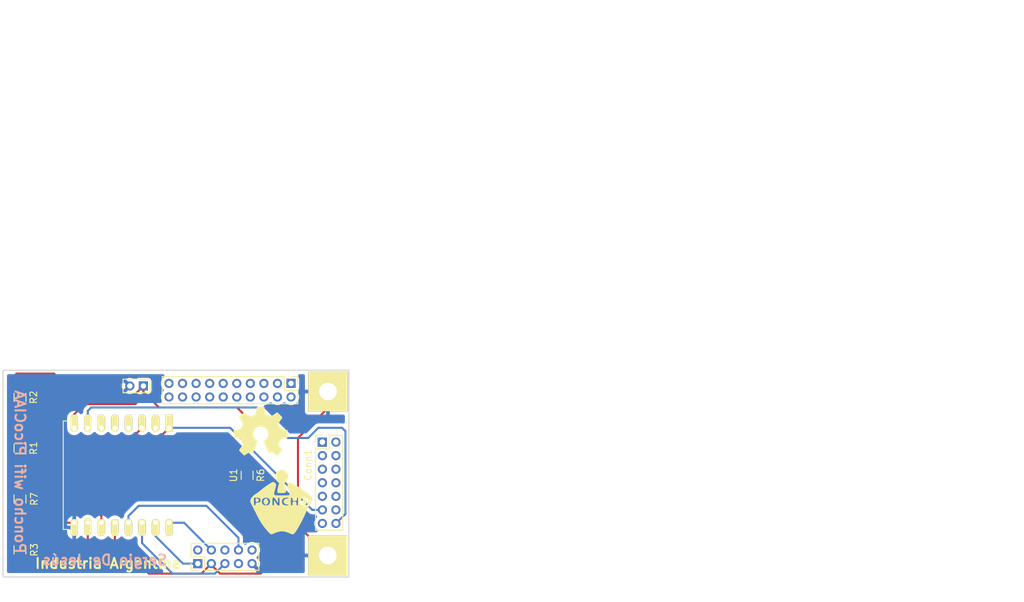
<source format=kicad_pcb>
(kicad_pcb (version 4) (host pcbnew 4.0.5+dfsg1-4~bpo8+1)

  (general
    (links 24)
    (no_connects 0)
    (area 119.424999 83.924999 170.575001 114.575001)
    (thickness 1.6)
    (drawings 18)
    (tracks 82)
    (zones 0)
    (modules 14)
    (nets 34)
  )

  (page A4)
  (title_block
    (title "Poncho Wifi PICO-CIAA")
    (date 2016-12-19)
    (rev 1.0)
    (company FIUBA)
    (comment 1 "Revisor: Sebastián López")
    (comment 2 "Diseñado por: Sergio De Jesús")
    (comment 3 "Licencias en LICENCIA_Y_COLABORADORES/LICENSE")
  )

  (layers
    (0 F.Cu signal)
    (31 B.Cu signal)
    (32 B.Adhes user)
    (33 F.Adhes user)
    (34 B.Paste user)
    (35 F.Paste user)
    (36 B.SilkS user)
    (37 F.SilkS user)
    (38 B.Mask user)
    (39 F.Mask user)
    (40 Dwgs.User user)
    (41 Cmts.User user)
    (42 Eco1.User user)
    (43 Eco2.User user)
    (44 Edge.Cuts user)
    (45 Margin user)
    (46 B.CrtYd user)
    (47 F.CrtYd user)
    (48 B.Fab user)
    (49 F.Fab user)
  )

  (setup
    (last_trace_width 0.3)
    (trace_clearance 0.3)
    (zone_clearance 0.508)
    (zone_45_only no)
    (trace_min 0.3)
    (segment_width 0.2)
    (edge_width 0.15)
    (via_size 1.27)
    (via_drill 0.7)
    (via_min_size 1.27)
    (via_min_drill 0.7)
    (uvia_size 0.3)
    (uvia_drill 0.1)
    (uvias_allowed no)
    (uvia_min_size 0.2)
    (uvia_min_drill 0.1)
    (pcb_text_width 0.3)
    (pcb_text_size 1.5 1.5)
    (mod_edge_width 0.15)
    (mod_text_size 1 1)
    (mod_text_width 0.15)
    (pad_size 1.524 1.524)
    (pad_drill 0.762)
    (pad_to_mask_clearance 0.2)
    (aux_axis_origin 0 0)
    (visible_elements 7FFFFFFF)
    (pcbplotparams
      (layerselection 0x00030_80000001)
      (usegerberextensions false)
      (excludeedgelayer true)
      (linewidth 0.100000)
      (plotframeref false)
      (viasonmask false)
      (mode 1)
      (useauxorigin false)
      (hpglpennumber 1)
      (hpglpenspeed 20)
      (hpglpendiameter 15)
      (hpglpenoverlay 2)
      (psnegative false)
      (psa4output false)
      (plotreference true)
      (plotvalue true)
      (plotinvisibletext false)
      (padsonsilk false)
      (subtractmaskfromsilk false)
      (outputformat 1)
      (mirror false)
      (drillshape 1)
      (scaleselection 1)
      (outputdirectory ""))
  )

  (net 0 "")
  (net 1 "Net-(Conn1-Pad2)")
  (net 2 "Net-(Conn1-Pad1)")
  (net 3 "Net-(Conn1-Pad3)")
  (net 4 "Net-(Conn1-Pad4)")
  (net 5 "Net-(Conn1-Pad5)")
  (net 6 "Net-(Conn1-Pad6)")
  (net 7 "Net-(Conn1-Pad7)")
  (net 8 "Net-(Conn1-Pad8)")
  (net 9 "Net-(Conn1-Pad9)")
  (net 10 "Net-(Conn1-Pad10)")
  (net 11 "Net-(Conn1-Pad11)")
  (net 12 "Net-(Conn1-Pad12)")
  (net 13 "Net-(Conn1-Pad13)")
  (net 14 "Net-(Conn1-Pad14)")
  (net 15 GND)
  (net 16 "Net-(Conn1-Pad17)")
  (net 17 "Net-(Conn1-Pad18)")
  (net 18 "Net-(Conn1-Pad20)")
  (net 19 "Net-(Conn1-Pad37)")
  (net 20 "Net-(Conn1-Pad38)")
  (net 21 "Net-(Conn1-Pad39)")
  (net 22 "Net-(Conn1-Pad40)")
  (net 23 "Net-(Conn1-Pad41)")
  (net 24 "Net-(Conn1-Pad43)")
  (net 25 "Net-(Conn1-Pad44)")
  (net 26 "Net-(R2-Pad1)")
  (net 27 "Net-(R3-Pad2)")
  (net 28 "Net-(R7-Pad2)")
  (net 29 "Net-(U1-Pad2)")
  (net 30 "Net-(U1-Pad4)")
  (net 31 "Net-(U1-Pad5)")
  (net 32 "Net-(U1-Pad6)")
  (net 33 +3V3)

  (net_class Default "This is the default net class."
    (clearance 0.3)
    (trace_width 0.3)
    (via_dia 1.27)
    (via_drill 0.7)
    (uvia_dia 0.3)
    (uvia_drill 0.1)
    (add_net +3V3)
    (add_net GND)
    (add_net "Net-(Conn1-Pad1)")
    (add_net "Net-(Conn1-Pad10)")
    (add_net "Net-(Conn1-Pad11)")
    (add_net "Net-(Conn1-Pad12)")
    (add_net "Net-(Conn1-Pad13)")
    (add_net "Net-(Conn1-Pad14)")
    (add_net "Net-(Conn1-Pad17)")
    (add_net "Net-(Conn1-Pad18)")
    (add_net "Net-(Conn1-Pad2)")
    (add_net "Net-(Conn1-Pad20)")
    (add_net "Net-(Conn1-Pad3)")
    (add_net "Net-(Conn1-Pad37)")
    (add_net "Net-(Conn1-Pad38)")
    (add_net "Net-(Conn1-Pad39)")
    (add_net "Net-(Conn1-Pad4)")
    (add_net "Net-(Conn1-Pad40)")
    (add_net "Net-(Conn1-Pad41)")
    (add_net "Net-(Conn1-Pad43)")
    (add_net "Net-(Conn1-Pad44)")
    (add_net "Net-(Conn1-Pad5)")
    (add_net "Net-(Conn1-Pad6)")
    (add_net "Net-(Conn1-Pad7)")
    (add_net "Net-(Conn1-Pad8)")
    (add_net "Net-(Conn1-Pad9)")
    (add_net "Net-(R2-Pad1)")
    (add_net "Net-(R3-Pad2)")
    (add_net "Net-(R7-Pad2)")
    (add_net "Net-(U1-Pad2)")
    (add_net "Net-(U1-Pad4)")
    (add_net "Net-(U1-Pad5)")
    (add_net "Net-(U1-Pad6)")
  )

  (module ESP-12E (layer F.Cu) (tedit 585AF5A3) (tstamp 584DF89A)
    (at 144 92.5 270)
    (descr "Module, ESP-8266, ESP-12, 16 pad, SMD")
    (tags "Module ESP-8266 ESP8266")
    (path /58263FA5)
    (fp_text reference U1 (at 7 -9.5 270) (layer F.SilkS)
      (effects (font (size 1 1) (thickness 0.15)))
    )
    (fp_text value ESP-12E (at 8 1 270) (layer F.Fab)
      (effects (font (size 1 1) (thickness 0.15)))
    )
    (fp_line (start -2.25 -0.5) (end -2.25 -8.75) (layer F.CrtYd) (width 0.05))
    (fp_line (start -2.25 -8.75) (end 15.25 -8.75) (layer F.CrtYd) (width 0.05))
    (fp_line (start 15.25 -8.75) (end 16.25 -8.75) (layer F.CrtYd) (width 0.05))
    (fp_line (start 16.25 -8.75) (end 16.25 16) (layer F.CrtYd) (width 0.05))
    (fp_line (start 16.25 16) (end -2.25 16) (layer F.CrtYd) (width 0.05))
    (fp_line (start -2.25 16) (end -2.25 -0.5) (layer F.CrtYd) (width 0.05))
    (fp_line (start -1.016 -8.382) (end 14.986 -8.382) (layer F.CrtYd) (width 0.1524))
    (fp_line (start 14.986 -8.382) (end 14.986 -0.889) (layer F.CrtYd) (width 0.1524))
    (fp_line (start -1.016 -8.382) (end -1.016 -1.016) (layer F.CrtYd) (width 0.1524))
    (fp_line (start -1.016 14.859) (end -1.016 15.621) (layer F.SilkS) (width 0.1524))
    (fp_line (start -1.016 15.621) (end 14.986 15.621) (layer F.SilkS) (width 0.1524))
    (fp_line (start 14.986 15.621) (end 14.986 14.859) (layer F.SilkS) (width 0.1524))
    (fp_line (start 14.992 -8.4) (end -1.008 -2.6) (layer F.CrtYd) (width 0.1524))
    (fp_line (start -1.008 -8.4) (end 14.992 -2.6) (layer F.CrtYd) (width 0.1524))
    (fp_text user "No Copper" (at 6.892 -5.4 270) (layer F.CrtYd)
      (effects (font (size 1 1) (thickness 0.15)))
    )
    (fp_line (start -1.008 -2.6) (end 14.992 -2.6) (layer F.CrtYd) (width 0.1524))
    (fp_line (start 15 -8.4) (end 15 15.6) (layer F.Fab) (width 0.05))
    (fp_line (start 14.992 15.6) (end -1.008 15.6) (layer F.Fab) (width 0.05))
    (fp_line (start -1.008 15.6) (end -1.008 -8.4) (layer F.Fab) (width 0.05))
    (fp_line (start -1.008 -8.4) (end 14.992 -8.4) (layer F.Fab) (width 0.05))
    (pad 1 thru_hole rect (at 0 0 270) (size 2.5 1.1) (drill 0.65 (offset -0.7 0)) (layers *.Cu *.Mask F.SilkS)
      (net 11 "Net-(Conn1-Pad11)"))
    (pad 2 thru_hole oval (at 0 2 270) (size 2.5 1.1) (drill 0.65 (offset -0.7 0)) (layers *.Cu *.Mask F.SilkS)
      (net 29 "Net-(U1-Pad2)"))
    (pad 3 thru_hole oval (at 0 4 270) (size 2.5 1.1) (drill 0.65 (offset -0.7 0)) (layers *.Cu *.Mask F.SilkS)
      (net 26 "Net-(R2-Pad1)"))
    (pad 4 thru_hole oval (at 0 6 270) (size 2.5 1.1) (drill 0.65 (offset -0.7 0)) (layers *.Cu *.Mask F.SilkS)
      (net 30 "Net-(U1-Pad4)"))
    (pad 5 thru_hole oval (at 0 8 270) (size 2.5 1.1) (drill 0.65 (offset -0.7 0)) (layers *.Cu *.Mask F.SilkS)
      (net 31 "Net-(U1-Pad5)"))
    (pad 6 thru_hole oval (at 0 10 270) (size 2.5 1.1) (drill 0.65 (offset -0.7 0)) (layers *.Cu *.Mask F.SilkS)
      (net 32 "Net-(U1-Pad6)"))
    (pad 7 thru_hole oval (at 0 12 270) (size 2.5 1.1) (drill 0.65 (offset -0.7 0)) (layers *.Cu *.Mask F.SilkS)
      (net 14 "Net-(Conn1-Pad14)"))
    (pad 8 thru_hole oval (at 0 14 270) (size 2.5 1.1) (drill 0.65 (offset -0.7 0)) (layers *.Cu *.Mask F.SilkS)
      (net 33 +3V3))
    (pad 15 thru_hole oval (at 14 14 270) (size 2.5 1.1) (drill 0.65 (offset 0.7 0)) (layers *.Cu *.Mask F.SilkS)
      (net 15 GND))
    (pad 16 thru_hole oval (at 14 12 270) (size 2.5 1.1) (drill 0.65 (offset 0.6 0)) (layers *.Cu *.Mask F.SilkS)
      (net 27 "Net-(R3-Pad2)"))
    (pad 17 thru_hole oval (at 14 10 270) (size 2.5 1.1) (drill 0.65 (offset 0.7 0)) (layers *.Cu *.Mask F.SilkS)
      (net 28 "Net-(R7-Pad2)"))
    (pad 18 thru_hole oval (at 14 8 270) (size 2.5 1.1) (drill 0.65 (offset 0.7 0)) (layers *.Cu *.Mask F.SilkS)
      (net 21 "Net-(Conn1-Pad39)"))
    (pad 19 thru_hole oval (at 14 6 270) (size 2.5 1.1) (drill 0.65 (offset 0.7 0)) (layers *.Cu *.Mask F.SilkS)
      (net 25 "Net-(Conn1-Pad44)"))
    (pad 20 thru_hole oval (at 14 4 270) (size 2.5 1.1) (drill 0.65 (offset 0.7 0)) (layers *.Cu *.Mask F.SilkS)
      (net 23 "Net-(Conn1-Pad41)"))
    (pad 21 thru_hole oval (at 14 2 270) (size 2.5 1.1) (drill 0.65 (offset 0.7 0)) (layers *.Cu *.Mask F.SilkS)
      (net 19 "Net-(Conn1-Pad37)"))
    (pad 22 thru_hole oval (at 14 0 270) (size 2.5 1.1) (drill 0.65 (offset 0.7 0)) (layers *.Cu *.Mask F.SilkS)
      (net 22 "Net-(Conn1-Pad40)"))
    (model ${KIPRJMOD}/BIBLIOTECAS/kicad-ESP8266/ESP8266.3dshapes/ESP-12.wrl
      (at (xyz 0 0 0))
      (scale (xyz 0.3937 0.3937 0.3937))
      (rotate (xyz 0 0 0))
    )
  )

  (module pico_ciaa_ponchos:Conn_Pico_Ciaa (layer F.Cu) (tedit 585AF610) (tstamp 584DF84C)
    (at 166.6 94.6)
    (path /584E1052)
    (fp_text reference Conn1 (at -2.1 3.4 90) (layer F.SilkS)
      (effects (font (size 1 1) (thickness 0.15)))
    )
    (fp_text value Conn_Pico (at -13.675 -14.575) (layer F.Fab)
      (effects (font (size 1 1) (thickness 0.15)))
    )
    (fp_line (start -19.375 17.925) (end -19.375 18.925) (layer F.SilkS) (width 0.15))
    (fp_line (start -19.375 18.925) (end -18.375 18.925) (layer F.SilkS) (width 0.15))
    (fp_line (start -17.375 18.925) (end -9.375 18.925) (layer F.SilkS) (width 0.15))
    (fp_line (start -9.375 18.925) (end -9.375 14.925) (layer F.SilkS) (width 0.15))
    (fp_line (start -9.375 14.925) (end -19.375 14.925) (layer F.SilkS) (width 0.15))
    (fp_line (start -19.375 14.925) (end -19.375 16.925) (layer F.SilkS) (width 0.15))
    (fp_line (start -19.375 16.925) (end -17.375 16.925) (layer F.SilkS) (width 0.15))
    (fp_line (start -17.375 16.925) (end -17.375 18.925) (layer F.SilkS) (width 0.15))
    (fp_line (start -4.625 -9.65) (end -3.625 -9.65) (layer F.SilkS) (width 0.15))
    (fp_line (start -3.625 -9.65) (end -3.625 -8.65) (layer F.SilkS) (width 0.15))
    (fp_line (start -5.625 -9.65) (end -5.625 -7.65) (layer F.SilkS) (width 0.15))
    (fp_line (start -5.625 -7.65) (end -3.625 -7.65) (layer F.SilkS) (width 0.15))
    (fp_line (start -3.625 -7.65) (end -3.625 -5.65) (layer F.SilkS) (width 0.15))
    (fp_line (start -3.625 -5.65) (end -23.625 -5.65) (layer F.SilkS) (width 0.15))
    (fp_line (start -23.625 -5.65) (end -23.625 -9.65) (layer F.SilkS) (width 0.15))
    (fp_line (start -23.625 -9.65) (end -5.625 -9.65) (layer F.SilkS) (width 0.15))
    (fp_line (start -29.4 -9.275) (end -29.4 -7.275) (layer F.SilkS) (width 0.15))
    (fp_line (start -29.4 -7.275) (end -25.4 -7.275) (layer F.SilkS) (width 0.15))
    (fp_line (start -25.4 -7.275) (end -25.4 -9.275) (layer F.SilkS) (width 0.15))
    (fp_line (start -25.4 -9.275) (end -29.4 -9.275) (layer F.SilkS) (width 0.15))
    (fp_line (start 3 -1) (end 3 13) (layer F.SilkS) (width 0.15))
    (fp_line (start -1 1) (end -1 13) (layer F.SilkS) (width 0.15))
    (fp_line (start -1 13) (end 3 13) (layer F.SilkS) (width 0.15))
    (fp_line (start -1 0) (end -1 -1) (layer F.SilkS) (width 0.15))
    (fp_line (start -1 -1) (end 0 -1) (layer F.SilkS) (width 0.15))
    (fp_line (start 1 1) (end -1 1) (layer F.SilkS) (width 0.15))
    (fp_line (start 1 1) (end 1 -1) (layer F.SilkS) (width 0.15))
    (fp_line (start 1 -1) (end 3 -1) (layer F.SilkS) (width 0.15))
    (pad 2 thru_hole circle (at 2 0) (size 1.35 1.35) (drill 0.8) (layers *.Cu *.Mask)
      (net 1 "Net-(Conn1-Pad2)"))
    (pad 1 thru_hole rect (at 0 0) (size 1.35 1.35) (drill 0.8) (layers *.Cu *.Mask)
      (net 2 "Net-(Conn1-Pad1)"))
    (pad 1 thru_hole rect (at 0 0) (size 1.35 1.35) (drill 0.8) (layers *.Cu *.Mask)
      (net 2 "Net-(Conn1-Pad1)"))
    (pad 2 thru_hole circle (at 2 0) (size 1.35 1.35) (drill 0.8) (layers *.Cu *.Mask)
      (net 1 "Net-(Conn1-Pad2)"))
    (pad 3 thru_hole circle (at 0 2) (size 1.35 1.35) (drill 0.8) (layers *.Cu *.Mask)
      (net 3 "Net-(Conn1-Pad3)"))
    (pad 4 thru_hole circle (at 2 2) (size 1.35 1.35) (drill 0.8) (layers *.Cu *.Mask)
      (net 4 "Net-(Conn1-Pad4)"))
    (pad 5 thru_hole circle (at 0 4) (size 1.35 1.35) (drill 0.8) (layers *.Cu *.Mask)
      (net 5 "Net-(Conn1-Pad5)"))
    (pad 6 thru_hole circle (at 2 4) (size 1.35 1.35) (drill 0.8) (layers *.Cu *.Mask)
      (net 6 "Net-(Conn1-Pad6)"))
    (pad 7 thru_hole circle (at 0 6) (size 1.35 1.35) (drill 0.8) (layers *.Cu *.Mask)
      (net 7 "Net-(Conn1-Pad7)"))
    (pad 8 thru_hole circle (at 2 6) (size 1.35 1.35) (drill 0.8) (layers *.Cu *.Mask)
      (net 8 "Net-(Conn1-Pad8)"))
    (pad 9 thru_hole circle (at 0 8) (size 1.35 1.35) (drill 0.8) (layers *.Cu *.Mask)
      (net 9 "Net-(Conn1-Pad9)"))
    (pad 10 thru_hole circle (at 2 8) (size 1.35 1.35) (drill 0.8) (layers *.Cu *.Mask)
      (net 10 "Net-(Conn1-Pad10)"))
    (pad 11 thru_hole circle (at 0 10) (size 1.35 1.35) (drill 0.8) (layers *.Cu *.Mask)
      (net 11 "Net-(Conn1-Pad11)"))
    (pad 12 thru_hole circle (at 2 10) (size 1.35 1.35) (drill 0.8) (layers *.Cu *.Mask)
      (net 12 "Net-(Conn1-Pad12)"))
    (pad 13 thru_hole circle (at 0 12) (size 1.35 1.35) (drill 0.8) (layers *.Cu *.Mask)
      (net 13 "Net-(Conn1-Pad13)"))
    (pad 14 thru_hole circle (at 2 12) (size 1.35 1.35) (drill 0.8) (layers *.Cu *.Mask)
      (net 14 "Net-(Conn1-Pad14)"))
    (pad 15 thru_hole rect (at -26.4 -8.275) (size 1.35 1.35) (drill 0.8) (layers *.Cu *.Mask)
      (net 33 +3V3))
    (pad 16 thru_hole circle (at -28.4 -8.275) (size 1.35 1.35) (drill 0.8) (layers *.Cu *.Mask)
      (net 15 GND))
    (pad 17 thru_hole rect (at -4.625 -8.65) (size 1.35 1.35) (drill 0.8) (layers *.Cu *.Mask)
      (net 16 "Net-(Conn1-Pad17)"))
    (pad 18 thru_hole circle (at -4.625 -6.65) (size 1.35 1.35) (drill 0.8) (layers *.Cu *.Mask)
      (net 17 "Net-(Conn1-Pad18)"))
    (pad 19 thru_hole circle (at -6.625 -8.65) (size 1.35 1.35) (drill 0.8) (layers *.Cu *.Mask))
    (pad 20 thru_hole circle (at -6.625 -6.65) (size 1.35 1.35) (drill 0.8) (layers *.Cu *.Mask)
      (net 18 "Net-(Conn1-Pad20)"))
    (pad 21 thru_hole circle (at -8.625 -8.65) (size 1.35 1.35) (drill 0.8) (layers *.Cu *.Mask))
    (pad 22 thru_hole circle (at -8.625 -6.65) (size 1.35 1.35) (drill 0.8) (layers *.Cu *.Mask))
    (pad 23 thru_hole circle (at -10.625 -8.65) (size 1.35 1.35) (drill 0.8) (layers *.Cu *.Mask))
    (pad 24 thru_hole circle (at -10.625 -6.65) (size 1.35 1.35) (drill 0.8) (layers *.Cu *.Mask))
    (pad 25 thru_hole circle (at -12.625 -8.65) (size 1.35 1.35) (drill 0.8) (layers *.Cu *.Mask))
    (pad 26 thru_hole circle (at -12.625 -6.65) (size 1.35 1.35) (drill 0.8) (layers *.Cu *.Mask))
    (pad 27 thru_hole circle (at -14.625 -8.65) (size 1.35 1.35) (drill 0.8) (layers *.Cu *.Mask))
    (pad 28 thru_hole circle (at -14.625 -6.65) (size 1.35 1.35) (drill 0.8) (layers *.Cu *.Mask))
    (pad 29 thru_hole circle (at -16.625 -8.65) (size 1.35 1.35) (drill 0.8) (layers *.Cu *.Mask))
    (pad 30 thru_hole circle (at -16.625 -6.65) (size 1.35 1.35) (drill 0.8) (layers *.Cu *.Mask))
    (pad 31 thru_hole circle (at -18.625 -8.65) (size 1.35 1.35) (drill 0.8) (layers *.Cu *.Mask))
    (pad 32 thru_hole circle (at -18.625 -6.65) (size 1.35 1.35) (drill 0.8) (layers *.Cu *.Mask))
    (pad 33 thru_hole circle (at -20.625 -8.65) (size 1.35 1.35) (drill 0.8) (layers *.Cu *.Mask))
    (pad 34 thru_hole circle (at -20.625 -6.65) (size 1.35 1.35) (drill 0.8) (layers *.Cu *.Mask))
    (pad 35 thru_hole circle (at -22.625 -8.65) (size 1.35 1.35) (drill 0.8) (layers *.Cu *.Mask))
    (pad 36 thru_hole circle (at -22.625 -6.65) (size 1.35 1.35) (drill 0.8) (layers *.Cu *.Mask))
    (pad 37 thru_hole rect (at -18.375 17.925) (size 1.35 1.35) (drill 0.8) (layers *.Cu *.Mask)
      (net 19 "Net-(Conn1-Pad37)"))
    (pad 38 thru_hole circle (at -18.375 15.925) (size 1.35 1.35) (drill 0.8) (layers *.Cu *.Mask)
      (net 20 "Net-(Conn1-Pad38)"))
    (pad 39 thru_hole circle (at -16.375 17.925) (size 1.35 1.35) (drill 0.8) (layers *.Cu *.Mask)
      (net 21 "Net-(Conn1-Pad39)"))
    (pad 40 thru_hole circle (at -16.375 15.925) (size 1.35 1.35) (drill 0.8) (layers *.Cu *.Mask)
      (net 22 "Net-(Conn1-Pad40)"))
    (pad 41 thru_hole circle (at -14.375 17.925) (size 1.35 1.35) (drill 0.8) (layers *.Cu *.Mask)
      (net 23 "Net-(Conn1-Pad41)"))
    (pad 42 thru_hole circle (at -14.375 15.925) (size 1.35 1.35) (drill 0.8) (layers *.Cu *.Mask))
    (pad 43 thru_hole circle (at -12.375 17.925) (size 1.35 1.35) (drill 0.8) (layers *.Cu *.Mask)
      (net 24 "Net-(Conn1-Pad43)"))
    (pad 44 thru_hole circle (at -12.375 15.925) (size 1.35 1.35) (drill 0.8) (layers *.Cu *.Mask)
      (net 25 "Net-(Conn1-Pad44)"))
    (pad 45 thru_hole circle (at -10.375 17.925) (size 1.35 1.35) (drill 0.8) (layers *.Cu *.Mask)
      (net 15 GND))
    (pad 46 thru_hole circle (at -10.375 15.925) (size 1.35 1.35) (drill 0.8) (layers *.Cu *.Mask))
  )

  (module footprints:PIN_ARRAY_1 (layer F.Cu) (tedit 564E545B) (tstamp 584DF851)
    (at 167.4 111.325)
    (descr "1 pin")
    (tags "CONN DEV")
    (path /58396B6A)
    (fp_text reference P1 (at 0.1 -3.5) (layer F.SilkS) hide
      (effects (font (size 0.762 0.762) (thickness 0.1524)))
    )
    (fp_text value MOUNT_HOLE (at -0.05 3.75) (layer F.SilkS) hide
      (effects (font (size 0.762 0.762) (thickness 0.1524)))
    )
    (fp_line (start 1.27 1.27) (end -1.27 1.27) (layer F.SilkS) (width 0.1524))
    (fp_line (start -1.27 -1.27) (end 1.27 -1.27) (layer F.SilkS) (width 0.1524))
    (fp_line (start -1.27 1.27) (end -1.27 -1.27) (layer F.SilkS) (width 0.1524))
    (fp_line (start 1.27 -1.27) (end 1.27 1.27) (layer F.SilkS) (width 0.1524))
    (pad 1 thru_hole rect (at 0 0) (size 5.8 5.8) (drill 2.6) (layers *.Cu *.Mask F.SilkS)
      (net 15 GND) (solder_mask_margin 0.1524) (clearance 0.1524))
  )

  (module footprints:PIN_ARRAY_1 (layer F.Cu) (tedit 564E545B) (tstamp 584DF856)
    (at 167.425 87.15)
    (descr "1 pin")
    (tags "CONN DEV")
    (path /58396C16)
    (fp_text reference P2 (at 0.1 -3.5) (layer F.SilkS) hide
      (effects (font (size 0.762 0.762) (thickness 0.1524)))
    )
    (fp_text value MOUNT_HOLE (at -0.05 3.75) (layer F.SilkS) hide
      (effects (font (size 0.762 0.762) (thickness 0.1524)))
    )
    (fp_line (start 1.27 1.27) (end -1.27 1.27) (layer F.SilkS) (width 0.1524))
    (fp_line (start -1.27 -1.27) (end 1.27 -1.27) (layer F.SilkS) (width 0.1524))
    (fp_line (start -1.27 1.27) (end -1.27 -1.27) (layer F.SilkS) (width 0.1524))
    (fp_line (start 1.27 -1.27) (end 1.27 1.27) (layer F.SilkS) (width 0.1524))
    (pad 1 thru_hole rect (at 0 0) (size 5.8 5.8) (drill 2.6) (layers *.Cu *.Mask F.SilkS)
      (net 15 GND) (solder_mask_margin 0.1524) (clearance 0.1524))
  )

  (module Resistors_SMD:R_0805_HandSoldering (layer F.Cu) (tedit 5858181D) (tstamp 584DF85C)
    (at 122 95.5 90)
    (descr "Resistor SMD 0805, hand soldering")
    (tags "resistor 0805")
    (path /582640A9)
    (attr smd)
    (fp_text reference R1 (at 0 2 90) (layer F.SilkS)
      (effects (font (size 1 1) (thickness 0.15)))
    )
    (fp_text value R (at 0 2.1 90) (layer F.Fab)
      (effects (font (size 1 1) (thickness 0.15)))
    )
    (fp_line (start -1 0.625) (end -1 -0.625) (layer F.Fab) (width 0.1))
    (fp_line (start 1 0.625) (end -1 0.625) (layer F.Fab) (width 0.1))
    (fp_line (start 1 -0.625) (end 1 0.625) (layer F.Fab) (width 0.1))
    (fp_line (start -1 -0.625) (end 1 -0.625) (layer F.Fab) (width 0.1))
    (fp_line (start -2.4 -1) (end 2.4 -1) (layer F.CrtYd) (width 0.05))
    (fp_line (start -2.4 1) (end 2.4 1) (layer F.CrtYd) (width 0.05))
    (fp_line (start -2.4 -1) (end -2.4 1) (layer F.CrtYd) (width 0.05))
    (fp_line (start 2.4 -1) (end 2.4 1) (layer F.CrtYd) (width 0.05))
    (fp_line (start 0.6 0.875) (end -0.6 0.875) (layer F.SilkS) (width 0.15))
    (fp_line (start -0.6 -0.875) (end 0.6 -0.875) (layer F.SilkS) (width 0.15))
    (pad 1 smd rect (at -1.35 0 90) (size 1.5 1.3) (layers F.Cu F.Paste F.Mask)
      (net 11 "Net-(Conn1-Pad11)"))
    (pad 2 smd rect (at 1.35 0 90) (size 1.5 1.3) (layers F.Cu F.Paste F.Mask)
      (net 33 +3V3))
    (model Resistors_SMD.3dshapes/R_0805_HandSoldering.wrl
      (at (xyz 0 0 0))
      (scale (xyz 1 1 1))
      (rotate (xyz 0 0 0))
    )
  )

  (module Resistors_SMD:R_0805_HandSoldering (layer F.Cu) (tedit 585AF5C8) (tstamp 584DF862)
    (at 122 88 270)
    (descr "Resistor SMD 0805, hand soldering")
    (tags "resistor 0805")
    (path /582640EC)
    (attr smd)
    (fp_text reference R2 (at 0 -2 270) (layer F.SilkS)
      (effects (font (size 1 1) (thickness 0.15)))
    )
    (fp_text value R (at 0 2.1 270) (layer F.Fab)
      (effects (font (size 1 1) (thickness 0.15)))
    )
    (fp_line (start -1 0.625) (end -1 -0.625) (layer F.Fab) (width 0.1))
    (fp_line (start 1 0.625) (end -1 0.625) (layer F.Fab) (width 0.1))
    (fp_line (start 1 -0.625) (end 1 0.625) (layer F.Fab) (width 0.1))
    (fp_line (start -1 -0.625) (end 1 -0.625) (layer F.Fab) (width 0.1))
    (fp_line (start -2.4 -1) (end 2.4 -1) (layer F.CrtYd) (width 0.05))
    (fp_line (start -2.4 1) (end 2.4 1) (layer F.CrtYd) (width 0.05))
    (fp_line (start -2.4 -1) (end -2.4 1) (layer F.CrtYd) (width 0.05))
    (fp_line (start 2.4 -1) (end 2.4 1) (layer F.CrtYd) (width 0.05))
    (fp_line (start 0.6 0.875) (end -0.6 0.875) (layer F.SilkS) (width 0.15))
    (fp_line (start -0.6 -0.875) (end 0.6 -0.875) (layer F.SilkS) (width 0.15))
    (pad 1 smd rect (at -1.35 0 270) (size 1.5 1.3) (layers F.Cu F.Paste F.Mask)
      (net 26 "Net-(R2-Pad1)"))
    (pad 2 smd rect (at 1.35 0 270) (size 1.5 1.3) (layers F.Cu F.Paste F.Mask)
      (net 33 +3V3))
    (model Resistors_SMD.3dshapes/R_0805_HandSoldering.wrl
      (at (xyz 0 0 0))
      (scale (xyz 1 1 1))
      (rotate (xyz 0 0 0))
    )
  )

  (module Resistors_SMD:R_0805_HandSoldering (layer F.Cu) (tedit 58307B90) (tstamp 584DF868)
    (at 122 110.5 270)
    (descr "Resistor SMD 0805, hand soldering")
    (tags "resistor 0805")
    (path /58264232)
    (attr smd)
    (fp_text reference R3 (at 0 -2.1 270) (layer F.SilkS)
      (effects (font (size 1 1) (thickness 0.15)))
    )
    (fp_text value R (at 0 2.1 270) (layer F.Fab)
      (effects (font (size 1 1) (thickness 0.15)))
    )
    (fp_line (start -1 0.625) (end -1 -0.625) (layer F.Fab) (width 0.1))
    (fp_line (start 1 0.625) (end -1 0.625) (layer F.Fab) (width 0.1))
    (fp_line (start 1 -0.625) (end 1 0.625) (layer F.Fab) (width 0.1))
    (fp_line (start -1 -0.625) (end 1 -0.625) (layer F.Fab) (width 0.1))
    (fp_line (start -2.4 -1) (end 2.4 -1) (layer F.CrtYd) (width 0.05))
    (fp_line (start -2.4 1) (end 2.4 1) (layer F.CrtYd) (width 0.05))
    (fp_line (start -2.4 -1) (end -2.4 1) (layer F.CrtYd) (width 0.05))
    (fp_line (start 2.4 -1) (end 2.4 1) (layer F.CrtYd) (width 0.05))
    (fp_line (start 0.6 0.875) (end -0.6 0.875) (layer F.SilkS) (width 0.15))
    (fp_line (start -0.6 -0.875) (end 0.6 -0.875) (layer F.SilkS) (width 0.15))
    (pad 1 smd rect (at -1.35 0 270) (size 1.5 1.3) (layers F.Cu F.Paste F.Mask)
      (net 15 GND))
    (pad 2 smd rect (at 1.35 0 270) (size 1.5 1.3) (layers F.Cu F.Paste F.Mask)
      (net 27 "Net-(R3-Pad2)"))
    (model Resistors_SMD.3dshapes/R_0805_HandSoldering.wrl
      (at (xyz 0 0 0))
      (scale (xyz 1 1 1))
      (rotate (xyz 0 0 0))
    )
  )

  (module Resistors_SMD:R_0805_HandSoldering (layer F.Cu) (tedit 585AF59A) (tstamp 584DF87A)
    (at 155.5 99.5 270)
    (descr "Resistor SMD 0805, hand soldering")
    (tags "resistor 0805")
    (path /5826410D)
    (attr smd)
    (fp_text reference R6 (at 0 -2 270) (layer F.SilkS)
      (effects (font (size 1 1) (thickness 0.15)))
    )
    (fp_text value R (at 0 2.1 270) (layer F.Fab)
      (effects (font (size 1 1) (thickness 0.15)))
    )
    (fp_line (start -1 0.625) (end -1 -0.625) (layer F.Fab) (width 0.1))
    (fp_line (start 1 0.625) (end -1 0.625) (layer F.Fab) (width 0.1))
    (fp_line (start 1 -0.625) (end 1 0.625) (layer F.Fab) (width 0.1))
    (fp_line (start -1 -0.625) (end 1 -0.625) (layer F.Fab) (width 0.1))
    (fp_line (start -2.4 -1) (end 2.4 -1) (layer F.CrtYd) (width 0.05))
    (fp_line (start -2.4 1) (end 2.4 1) (layer F.CrtYd) (width 0.05))
    (fp_line (start -2.4 -1) (end -2.4 1) (layer F.CrtYd) (width 0.05))
    (fp_line (start 2.4 -1) (end 2.4 1) (layer F.CrtYd) (width 0.05))
    (fp_line (start 0.6 0.875) (end -0.6 0.875) (layer F.SilkS) (width 0.15))
    (fp_line (start -0.6 -0.875) (end 0.6 -0.875) (layer F.SilkS) (width 0.15))
    (pad 1 smd rect (at -1.35 0 270) (size 1.5 1.3) (layers F.Cu F.Paste F.Mask)
      (net 33 +3V3))
    (pad 2 smd rect (at 1.35 0 270) (size 1.5 1.3) (layers F.Cu F.Paste F.Mask)
      (net 21 "Net-(Conn1-Pad39)"))
    (model Resistors_SMD.3dshapes/R_0805_HandSoldering.wrl
      (at (xyz 0 0 0))
      (scale (xyz 1 1 1))
      (rotate (xyz 0 0 0))
    )
  )

  (module Resistors_SMD:R_0805_HandSoldering (layer F.Cu) (tedit 58307B90) (tstamp 584DF880)
    (at 122 103 270)
    (descr "Resistor SMD 0805, hand soldering")
    (tags "resistor 0805")
    (path /58264213)
    (attr smd)
    (fp_text reference R7 (at 0 -2.1 270) (layer F.SilkS)
      (effects (font (size 1 1) (thickness 0.15)))
    )
    (fp_text value R (at 0 2.1 270) (layer F.Fab)
      (effects (font (size 1 1) (thickness 0.15)))
    )
    (fp_line (start -1 0.625) (end -1 -0.625) (layer F.Fab) (width 0.1))
    (fp_line (start 1 0.625) (end -1 0.625) (layer F.Fab) (width 0.1))
    (fp_line (start 1 -0.625) (end 1 0.625) (layer F.Fab) (width 0.1))
    (fp_line (start -1 -0.625) (end 1 -0.625) (layer F.Fab) (width 0.1))
    (fp_line (start -2.4 -1) (end 2.4 -1) (layer F.CrtYd) (width 0.05))
    (fp_line (start -2.4 1) (end 2.4 1) (layer F.CrtYd) (width 0.05))
    (fp_line (start -2.4 -1) (end -2.4 1) (layer F.CrtYd) (width 0.05))
    (fp_line (start 2.4 -1) (end 2.4 1) (layer F.CrtYd) (width 0.05))
    (fp_line (start 0.6 0.875) (end -0.6 0.875) (layer F.SilkS) (width 0.15))
    (fp_line (start -0.6 -0.875) (end 0.6 -0.875) (layer F.SilkS) (width 0.15))
    (pad 1 smd rect (at -1.35 0 270) (size 1.5 1.3) (layers F.Cu F.Paste F.Mask)
      (net 33 +3V3))
    (pad 2 smd rect (at 1.35 0 270) (size 1.5 1.3) (layers F.Cu F.Paste F.Mask)
      (net 28 "Net-(R7-Pad2)"))
    (model Resistors_SMD.3dshapes/R_0805_HandSoldering.wrl
      (at (xyz 0 0 0))
      (scale (xyz 1 1 1))
      (rotate (xyz 0 0 0))
    )
  )

  (module Poncho_wifi:Fiducial_1mm_Dia_2.54mm_Outer_CopperTop (layer F.Cu) (tedit 57EEC89A) (tstamp 58587444)
    (at 162.5 91.5)
    (descr "Circular Fiducial, 1mm bare copper top; 2.54mm keepout")
    (tags marker)
    (path /585874B1)
    (attr virtual)
    (fp_text reference FID1 (at 3.4 0.7) (layer F.SilkS) hide
      (effects (font (size 1 1) (thickness 0.15)))
    )
    (fp_text value FIDUCIAL (at 0 -1.8) (layer F.Fab)
      (effects (font (size 1 1) (thickness 0.15)))
    )
    (fp_circle (center 0 0) (end 1.55 0) (layer F.CrtYd) (width 0.05))
    (pad ~ smd circle (at 0 0) (size 1 1) (layers F.Cu F.Mask)
      (solder_mask_margin 0.77) (clearance 0.77))
  )

  (module Poncho_wifi:Fiducial_1mm_Dia_2.54mm_Outer_CopperTop (layer F.Cu) (tedit 57EEC89A) (tstamp 58587449)
    (at 161 110)
    (descr "Circular Fiducial, 1mm bare copper top; 2.54mm keepout")
    (tags marker)
    (path /58587594)
    (attr virtual)
    (fp_text reference FID2 (at 3.4 0.7) (layer F.SilkS) hide
      (effects (font (size 1 1) (thickness 0.15)))
    )
    (fp_text value FIDUCIAL (at 0 -1.8) (layer F.Fab)
      (effects (font (size 1 1) (thickness 0.15)))
    )
    (fp_circle (center 0 0) (end 1.55 0) (layer F.CrtYd) (width 0.05))
    (pad ~ smd circle (at 0 0) (size 1 1) (layers F.Cu F.Mask)
      (solder_mask_margin 0.77) (clearance 0.77))
  )

  (module Poncho_wifi:Fiducial_1mm_Dia_2.54mm_Outer_CopperTop (layer F.Cu) (tedit 57EEC89A) (tstamp 5858744E)
    (at 126.5 86.5)
    (descr "Circular Fiducial, 1mm bare copper top; 2.54mm keepout")
    (tags marker)
    (path /58587609)
    (attr virtual)
    (fp_text reference FID3 (at 3.4 0.7) (layer F.SilkS) hide
      (effects (font (size 1 1) (thickness 0.15)))
    )
    (fp_text value FIDUCIAL (at 0 -1.8) (layer F.Fab)
      (effects (font (size 1 1) (thickness 0.15)))
    )
    (fp_circle (center 0 0) (end 1.55 0) (layer F.CrtYd) (width 0.05))
    (pad ~ smd circle (at 0 0) (size 1 1) (layers F.Cu F.Mask)
      (solder_mask_margin 0.77) (clearance 0.77))
  )

  (module Poncho_wifi:Logo_Poncho (layer F.Cu) (tedit 560DAFF4) (tstamp 585AF4B7)
    (at 160.5 103.5)
    (fp_text reference G*** (at 0.127 5.588) (layer F.SilkS) hide
      (effects (font (thickness 0.3)))
    )
    (fp_text value LOGO (at 0.762 7.493) (layer F.SilkS) hide
      (effects (font (thickness 0.3)))
    )
    (fp_poly (pts (xy 4.535714 -0.627021) (xy 4.498746 -0.420109) (xy 4.405012 -0.1352) (xy 4.280272 0.162897)
      (xy 4.150281 0.409374) (xy 4.123376 0.447413) (xy 4.123376 -0.123701) (xy 4.058326 -0.436938)
      (xy 3.869112 -0.644378) (xy 3.564639 -0.737671) (xy 3.463636 -0.742208) (xy 3.129516 -0.681223)
      (xy 2.908248 -0.503835) (xy 2.808734 -0.218392) (xy 2.803896 -0.123701) (xy 2.868946 0.189536)
      (xy 3.058159 0.396975) (xy 3.362633 0.490269) (xy 3.463636 0.494805) (xy 3.797606 0.436492)
      (xy 3.958441 0.32987) (xy 4.092315 0.09203) (xy 4.123376 -0.123701) (xy 4.123376 0.447413)
      (xy 4.089856 0.494805) (xy 4.013749 0.621925) (xy 3.89522 0.861365) (xy 3.753792 1.172585)
      (xy 3.672876 1.360714) (xy 3.421635 1.929272) (xy 3.149718 2.496808) (xy 2.869494 3.041693)
      (xy 2.593334 3.542296) (xy 2.556493 3.603955) (xy 2.556493 -0.123701) (xy 2.552598 -0.439936)
      (xy 2.534834 -0.625484) (xy 2.494089 -0.714524) (xy 2.421247 -0.741238) (xy 2.391558 -0.742208)
      (xy 2.270831 -0.703329) (xy 2.228325 -0.558669) (xy 2.226623 -0.494805) (xy 2.206189 -0.31957)
      (xy 2.109798 -0.254982) (xy 1.97922 -0.247402) (xy 1.803985 -0.267837) (xy 1.739397 -0.364227)
      (xy 1.731818 -0.494805) (xy 1.705898 -0.675896) (xy 1.609459 -0.739655) (xy 1.566883 -0.742208)
      (xy 1.482553 -0.727599) (xy 1.433074 -0.660988) (xy 1.40933 -0.508193) (xy 1.402206 -0.235036)
      (xy 1.401948 -0.123701) (xy 1.405843 0.192533) (xy 1.423606 0.378081) (xy 1.464351 0.467122)
      (xy 1.537193 0.493835) (xy 1.566883 0.494805) (xy 1.680559 0.462518) (xy 1.726426 0.336472)
      (xy 1.731818 0.206169) (xy 1.745609 0.012245) (xy 1.815564 -0.067294) (xy 1.97922 -0.082467)
      (xy 2.145441 -0.066377) (xy 2.213617 0.015237) (xy 2.226623 0.206169) (xy 2.245073 0.405103)
      (xy 2.317099 0.48537) (xy 2.391558 0.494805) (xy 2.475887 0.480197) (xy 2.525367 0.413586)
      (xy 2.549111 0.260791) (xy 2.556234 -0.012366) (xy 2.556493 -0.123701) (xy 2.556493 3.603955)
      (xy 2.33361 3.976986) (xy 2.102692 4.324132) (xy 1.912952 4.562103) (xy 1.781691 4.667512)
      (xy 1.660102 4.654002) (xy 1.438445 4.580892) (xy 1.163465 4.463746) (xy 1.154545 4.459546)
      (xy 1.154545 0.36149) (xy 1.110706 0.268405) (xy 0.956623 0.266159) (xy 0.938776 0.269422)
      (xy 0.717011 0.243945) (xy 0.523128 0.11531) (xy 0.417755 -0.07121) (xy 0.412337 -0.123701)
      (xy 0.484303 -0.318602) (xy 0.658393 -0.472009) (xy 0.871896 -0.536691) (xy 0.949632 -0.528355)
      (xy 1.105982 -0.515384) (xy 1.154279 -0.597467) (xy 1.154545 -0.609566) (xy 1.114247 -0.69528)
      (xy 0.970303 -0.735064) (xy 0.783441 -0.742208) (xy 0.429195 -0.687347) (xy 0.198088 -0.523118)
      (xy 0.090717 -0.250044) (xy 0.082467 -0.123701) (xy 0.144642 0.188869) (xy 0.330769 0.392787)
      (xy 0.640252 0.487526) (xy 0.783441 0.494805) (xy 1.022962 0.480515) (xy 1.134243 0.429291)
      (xy 1.154545 0.36149) (xy 1.154545 4.459546) (xy 1.148315 4.456614) (xy 0.592041 4.256938)
      (xy 0.061238 4.207886) (xy -0.164935 4.249843) (xy -0.164935 -0.123701) (xy -0.168831 -0.439936)
      (xy -0.186594 -0.625484) (xy -0.227339 -0.714524) (xy -0.300181 -0.741238) (xy -0.329871 -0.742208)
      (xy -0.435349 -0.716231) (xy -0.483875 -0.609894) (xy -0.495586 -0.391721) (xy -0.496366 -0.041234)
      (xy -0.706429 -0.391721) (xy -0.874005 -0.625569) (xy -1.029731 -0.729733) (xy -1.117986 -0.742208)
      (xy -1.220495 -0.733937) (xy -1.280586 -0.685976) (xy -1.309571 -0.563603) (xy -1.318762 -0.332094)
      (xy -1.319481 -0.123701) (xy -1.315585 0.192533) (xy -1.297822 0.378081) (xy -1.257077 0.467122)
      (xy -1.184235 0.493835) (xy -1.154546 0.494805) (xy -1.049068 0.468829) (xy -1.000541 0.362492)
      (xy -0.988831 0.144318) (xy -0.98805 -0.206169) (xy -0.777988 0.144318) (xy -0.610412 0.378167)
      (xy -0.454685 0.48233) (xy -0.36643 0.494805) (xy -0.263922 0.486535) (xy -0.203831 0.438574)
      (xy -0.174846 0.3162) (xy -0.165655 0.084692) (xy -0.164935 -0.123701) (xy -0.164935 4.249843)
      (xy -0.48241 4.308738) (xy -0.783442 4.420415) (xy -1.059466 4.535832) (xy -1.285963 4.626797)
      (xy -1.401948 4.669513) (xy -1.518876 4.625399) (xy -1.566884 4.584033) (xy -1.566884 -0.123701)
      (xy -1.631934 -0.436938) (xy -1.821147 -0.644378) (xy -2.12562 -0.737671) (xy -2.226624 -0.742208)
      (xy -2.560743 -0.681223) (xy -2.782012 -0.503835) (xy -2.881525 -0.218392) (xy -2.886364 -0.123701)
      (xy -2.821314 0.189536) (xy -2.6321 0.396975) (xy -2.327627 0.490269) (xy -2.226624 0.494805)
      (xy -1.892653 0.436492) (xy -1.731819 0.32987) (xy -1.597945 0.09203) (xy -1.566884 -0.123701)
      (xy -1.566884 4.584033) (xy -1.717176 4.454536) (xy -1.98582 4.166799) (xy -2.061689 4.078924)
      (xy -2.369861 3.70727) (xy -2.632201 3.363429) (xy -2.870341 3.013116) (xy -2.968832 2.849614)
      (xy -2.968832 -0.32987) (xy -3.007485 -0.54598) (xy -3.140146 -0.67528) (xy -3.391869 -0.734039)
      (xy -3.603832 -0.742208) (xy -4.04091 -0.742208) (xy -4.04091 -0.123701) (xy -4.037014 0.192533)
      (xy -4.019251 0.378081) (xy -3.978506 0.467122) (xy -3.905664 0.493835) (xy -3.875974 0.494805)
      (xy -3.746639 0.446485) (xy -3.711039 0.288637) (xy -3.687673 0.146227) (xy -3.584731 0.090232)
      (xy -3.438897 0.082468) (xy -3.16065 0.034793) (xy -3.008068 -0.114765) (xy -2.968832 -0.32987)
      (xy -2.968832 2.849614) (xy -3.105916 2.622046) (xy -3.360558 2.155935) (xy -3.6559 1.580499)
      (xy -3.724805 1.443182) (xy -3.927446 1.040996) (xy -4.107468 0.68891) (xy -4.250627 0.414385)
      (xy -4.342678 0.24488) (xy -4.366512 0.206169) (xy -4.479713 -0.061738) (xy -4.470402 -0.368299)
      (xy -4.39208 -0.562072) (xy -4.211754 -0.794239) (xy -3.970771 -1.027175) (xy -3.729883 -1.205582)
      (xy -3.628572 -1.257014) (xy -3.515586 -1.328258) (xy -3.31072 -1.481511) (xy -3.047204 -1.691308)
      (xy -2.861153 -1.845142) (xy -2.478394 -2.151727) (xy -2.09396 -2.434151) (xy -1.735885 -2.674156)
      (xy -1.432202 -2.853482) (xy -1.210945 -2.953871) (xy -1.135923 -2.968831) (xy -0.992755 -2.911987)
      (xy -0.868796 -2.807085) (xy -0.798823 -2.718089) (xy -0.768465 -2.621372) (xy -0.779148 -2.476306)
      (xy -0.832302 -2.242261) (xy -0.897248 -1.997411) (xy -1.002077 -1.614541) (xy -1.0637 -1.342913)
      (xy -1.062894 -1.163551) (xy -0.980436 -1.05748) (xy -0.797105 -1.005726) (xy -0.493678 -0.989314)
      (xy -0.050932 -0.989267) (xy 0.123701 -0.98961) (xy 0.616616 -0.993152) (xy 0.963601 -1.004879)
      (xy 1.183529 -1.026446) (xy 1.295275 -1.059505) (xy 1.31948 -1.094352) (xy 1.298521 -1.22034)
      (xy 1.243133 -1.457326) (xy 1.164548 -1.757819) (xy 1.150407 -1.809213) (xy 1.043088 -2.255847)
      (xy 1.008894 -2.569631) (xy 1.048676 -2.765972) (xy 1.163285 -2.860279) (xy 1.208992 -2.870512)
      (xy 1.420553 -2.83991) (xy 1.739874 -2.711189) (xy 2.149801 -2.493929) (xy 2.633175 -2.197713)
      (xy 3.172841 -1.832122) (xy 3.525487 -1.576813) (xy 3.929546 -1.272303) (xy 4.214754 -1.04349)
      (xy 4.398878 -0.873667) (xy 4.499689 -0.746128) (xy 4.534955 -0.644167) (xy 4.535714 -0.627021)
      (xy 4.535714 -0.627021)) (layer F.SilkS) (width 0.1))
    (fp_poly (pts (xy 1.023542 -3.736319) (xy 0.895402 -3.389445) (xy 0.679417 -3.11223) (xy 0.563302 -2.982356)
      (xy 0.508034 -2.869698) (xy 0.506066 -2.720981) (xy 0.549854 -2.48293) (xy 0.574294 -2.370022)
      (xy 0.658312 -1.973188) (xy 0.69611 -1.709422) (xy 0.675383 -1.550382) (xy 0.583822 -1.467723)
      (xy 0.409122 -1.433104) (xy 0.16144 -1.419187) (xy -0.12355 -1.415195) (xy -0.339882 -1.428263)
      (xy -0.43645 -1.453549) (xy -0.490308 -1.618268) (xy -0.466441 -1.923684) (xy -0.365224 -2.365222)
      (xy -0.360015 -2.384058) (xy -0.225225 -2.868872) (xy -0.488808 -3.104404) (xy -0.714353 -3.402585)
      (xy -0.808424 -3.746824) (xy -0.77552 -4.096523) (xy -0.620138 -4.411085) (xy -0.346777 -4.649915)
      (xy -0.31571 -4.666738) (xy 0.033719 -4.763905) (xy 0.380075 -4.71573) (xy 0.68714 -4.538441)
      (xy 0.918691 -4.248265) (xy 0.989692 -4.081895) (xy 1.023542 -3.736319) (xy 1.023542 -3.736319)) (layer F.SilkS) (width 0.1))
    (fp_poly (pts (xy -3.320079 -0.321578) (xy -3.381169 -0.206169) (xy -3.537606 -0.087441) (xy -3.656944 -0.12265)
      (xy -3.710414 -0.301007) (xy -3.711039 -0.32987) (xy -3.666881 -0.523821) (xy -3.553583 -0.57585)
      (xy -3.399915 -0.47517) (xy -3.381169 -0.453571) (xy -3.320079 -0.321578) (xy -3.320079 -0.321578)) (layer F.SilkS) (width 0.1))
    (fp_poly (pts (xy -1.911824 -0.1467) (xy -1.935194 -0.006732) (xy -2.006645 0.114199) (xy -2.128505 0.265484)
      (xy -2.225472 0.329848) (xy -2.226624 0.32987) (xy -2.322643 0.267542) (xy -2.444552 0.117317)
      (xy -2.446603 0.114199) (xy -2.537406 -0.05684) (xy -2.52656 -0.197017) (xy -2.465958 -0.318756)
      (xy -2.343482 -0.473895) (xy -2.226624 -0.536039) (xy -2.106037 -0.47051) (xy -1.987289 -0.318756)
      (xy -1.911824 -0.1467) (xy -1.911824 -0.1467)) (layer F.SilkS) (width 0.1))
    (fp_poly (pts (xy 3.778435 -0.1467) (xy 3.755065 -0.006732) (xy 3.683615 0.114199) (xy 3.561755 0.265484)
      (xy 3.464788 0.329848) (xy 3.463636 0.32987) (xy 3.367616 0.267542) (xy 3.245708 0.117317)
      (xy 3.243657 0.114199) (xy 3.152854 -0.05684) (xy 3.163699 -0.197017) (xy 3.224301 -0.318756)
      (xy 3.346778 -0.473895) (xy 3.463636 -0.536039) (xy 3.584223 -0.47051) (xy 3.702971 -0.318756)
      (xy 3.778435 -0.1467) (xy 3.778435 -0.1467)) (layer F.SilkS) (width 0.1))
  )

  (module Poncho_wifi:Logo_OSHWA (layer F.Cu) (tedit 560D8B85) (tstamp 585AF5B8)
    (at 157.5 93)
    (fp_text reference G101 (at 0 4.2418) (layer F.SilkS) hide
      (effects (font (size 0.7112 0.4572) (thickness 0.1143)))
    )
    (fp_text value Logo_OSHWA (at 0 -4.2418) (layer F.SilkS) hide
      (effects (font (size 0.36322 0.36322) (thickness 0.07112)))
    )
    (fp_poly (pts (xy -2.42316 3.59156) (xy -2.38252 3.57124) (xy -2.28854 3.51282) (xy -2.15392 3.42392)
      (xy -1.99644 3.31978) (xy -1.83896 3.21056) (xy -1.70942 3.1242) (xy -1.61798 3.06578)
      (xy -1.57988 3.04546) (xy -1.55956 3.05054) (xy -1.48336 3.08864) (xy -1.37414 3.14452)
      (xy -1.31064 3.17754) (xy -1.21158 3.22072) (xy -1.16078 3.23088) (xy -1.15316 3.21564)
      (xy -1.11506 3.13944) (xy -1.05918 3.00736) (xy -0.98298 2.83464) (xy -0.89662 2.63144)
      (xy -0.80264 2.413) (xy -0.7112 2.18948) (xy -0.6223 1.97612) (xy -0.54356 1.78562)
      (xy -0.48006 1.63068) (xy -0.43942 1.52146) (xy -0.42418 1.47574) (xy -0.42926 1.46558)
      (xy -0.48006 1.41732) (xy -0.56642 1.35128) (xy -0.75692 1.19634) (xy -0.94234 0.96266)
      (xy -1.05664 0.6985) (xy -1.09474 0.40386) (xy -1.06172 0.13208) (xy -0.95504 -0.12954)
      (xy -0.77216 -0.36576) (xy -0.55118 -0.54102) (xy -0.2921 -0.65278) (xy 0 -0.68834)
      (xy 0.2794 -0.65786) (xy 0.5461 -0.55118) (xy 0.78232 -0.37084) (xy 0.88138 -0.25654)
      (xy 1.01854 -0.01778) (xy 1.09728 0.23876) (xy 1.1049 0.30226) (xy 1.09474 0.5842)
      (xy 1.01092 0.85344) (xy 0.8636 1.09474) (xy 0.65786 1.29032) (xy 0.62992 1.31064)
      (xy 0.53594 1.38176) (xy 0.47244 1.43002) (xy 0.42164 1.47066) (xy 0.77978 2.33172)
      (xy 0.83566 2.46888) (xy 0.93472 2.7051) (xy 1.02108 2.9083) (xy 1.08966 3.06832)
      (xy 1.13792 3.17754) (xy 1.15824 3.22072) (xy 1.16078 3.22326) (xy 1.19126 3.22834)
      (xy 1.2573 3.20294) (xy 1.37668 3.14452) (xy 1.45796 3.10388) (xy 1.5494 3.0607)
      (xy 1.59004 3.04546) (xy 1.6256 3.06324) (xy 1.71196 3.12166) (xy 1.8415 3.20548)
      (xy 1.9939 3.30962) (xy 2.14122 3.41122) (xy 2.27584 3.50012) (xy 2.3749 3.56108)
      (xy 2.42316 3.58902) (xy 2.43078 3.58902) (xy 2.47142 3.56362) (xy 2.55016 3.50012)
      (xy 2.667 3.38836) (xy 2.8321 3.2258) (xy 2.8575 3.2004) (xy 2.99466 3.0607)
      (xy 3.10642 2.94386) (xy 3.18008 2.86258) (xy 3.20548 2.82448) (xy 3.20548 2.82448)
      (xy 3.18262 2.77622) (xy 3.11912 2.6797) (xy 3.03022 2.54254) (xy 2.921 2.38252)
      (xy 2.63652 1.9685) (xy 2.794 1.57734) (xy 2.84226 1.45796) (xy 2.90322 1.31318)
      (xy 2.9464 1.20904) (xy 2.9718 1.16332) (xy 3.01244 1.14808) (xy 3.12166 1.12268)
      (xy 3.2766 1.08966) (xy 3.45948 1.05664) (xy 3.63728 1.02362) (xy 3.7973 0.99314)
      (xy 3.9116 0.97028) (xy 3.9624 0.96012) (xy 3.9751 0.9525) (xy 3.98526 0.9271)
      (xy 3.99288 0.87376) (xy 3.99542 0.77724) (xy 3.99796 0.62484) (xy 3.99796 0.40386)
      (xy 3.99796 0.381) (xy 3.99542 0.17018) (xy 3.99288 0.00254) (xy 3.9878 -0.10668)
      (xy 3.98018 -0.14986) (xy 3.98018 -0.14986) (xy 3.92938 -0.16256) (xy 3.81762 -0.18542)
      (xy 3.6576 -0.21844) (xy 3.4671 -0.254) (xy 3.45694 -0.25654) (xy 3.26644 -0.2921)
      (xy 3.10896 -0.32512) (xy 2.9972 -0.35052) (xy 2.95148 -0.36576) (xy 2.94132 -0.37846)
      (xy 2.90322 -0.45212) (xy 2.84734 -0.56896) (xy 2.78638 -0.71374) (xy 2.72288 -0.86106)
      (xy 2.66954 -0.99568) (xy 2.63398 -1.09474) (xy 2.62382 -1.14046) (xy 2.62382 -1.14046)
      (xy 2.65176 -1.18618) (xy 2.7178 -1.28524) (xy 2.80924 -1.41986) (xy 2.921 -1.58242)
      (xy 2.92862 -1.59512) (xy 3.03784 -1.75514) (xy 3.12674 -1.88976) (xy 3.18516 -1.98628)
      (xy 3.20548 -2.02946) (xy 3.20548 -2.032) (xy 3.16992 -2.08026) (xy 3.08864 -2.16916)
      (xy 2.9718 -2.29108) (xy 2.8321 -2.43332) (xy 2.78638 -2.4765) (xy 2.63144 -2.6289)
      (xy 2.52476 -2.72796) (xy 2.45618 -2.7813) (xy 2.42316 -2.794) (xy 2.42316 -2.79146)
      (xy 2.3749 -2.76352) (xy 2.2733 -2.69748) (xy 2.13614 -2.6035) (xy 1.97358 -2.49428)
      (xy 1.96342 -2.48666) (xy 1.8034 -2.37744) (xy 1.67132 -2.28854) (xy 1.5748 -2.22504)
      (xy 1.53416 -2.19964) (xy 1.52654 -2.19964) (xy 1.46304 -2.21996) (xy 1.34874 -2.25806)
      (xy 1.20904 -2.31394) (xy 1.06172 -2.37236) (xy 0.9271 -2.42824) (xy 0.8255 -2.4765)
      (xy 0.77724 -2.5019) (xy 0.77724 -2.50444) (xy 0.75946 -2.56286) (xy 0.73152 -2.68224)
      (xy 0.6985 -2.84734) (xy 0.6604 -3.04292) (xy 0.65532 -3.0734) (xy 0.61976 -3.2639)
      (xy 0.58928 -3.42138) (xy 0.56642 -3.5306) (xy 0.55372 -3.57632) (xy 0.52832 -3.5814)
      (xy 0.43434 -3.58902) (xy 0.2921 -3.59156) (xy 0.11938 -3.5941) (xy -0.06096 -3.59156)
      (xy -0.23622 -3.58902) (xy -0.38862 -3.58394) (xy -0.4953 -3.57632) (xy -0.54102 -3.56616)
      (xy -0.54356 -3.56362) (xy -0.5588 -3.5052) (xy -0.5842 -3.38582) (xy -0.61976 -3.22072)
      (xy -0.65786 -3.0226) (xy -0.66294 -2.98958) (xy -0.6985 -2.79908) (xy -0.73152 -2.64414)
      (xy -0.75438 -2.53492) (xy -0.76708 -2.49428) (xy -0.78232 -2.48412) (xy -0.86106 -2.4511)
      (xy -0.98806 -2.39776) (xy -1.14808 -2.33426) (xy -1.51384 -2.1844) (xy -1.96088 -2.49428)
      (xy -2.00406 -2.52222) (xy -2.16408 -2.63144) (xy -2.2987 -2.72034) (xy -2.39014 -2.77876)
      (xy -2.42824 -2.80162) (xy -2.43078 -2.79908) (xy -2.4765 -2.76098) (xy -2.5654 -2.67716)
      (xy -2.68732 -2.55778) (xy -2.82702 -2.41808) (xy -2.93116 -2.31394) (xy -3.05562 -2.18694)
      (xy -3.13436 -2.10312) (xy -3.17754 -2.04724) (xy -3.19278 -2.01422) (xy -3.1877 -1.9939)
      (xy -3.15976 -1.94818) (xy -3.09372 -1.84912) (xy -3.00228 -1.71196) (xy -2.89306 -1.55448)
      (xy -2.80162 -1.41986) (xy -2.7051 -1.27) (xy -2.6416 -1.16332) (xy -2.61874 -1.10998)
      (xy -2.62382 -1.08712) (xy -2.65684 -1.00076) (xy -2.71018 -0.86614) (xy -2.77622 -0.70866)
      (xy -2.9337 -0.35306) (xy -3.16738 -0.30988) (xy -3.30708 -0.28194) (xy -3.5052 -0.24384)
      (xy -3.69316 -0.20828) (xy -3.9878 -0.14986) (xy -3.99796 0.93218) (xy -3.95224 0.9525)
      (xy -3.90906 0.9652) (xy -3.79984 0.98806) (xy -3.6449 1.01854) (xy -3.45948 1.0541)
      (xy -3.30454 1.08458) (xy -3.14452 1.11252) (xy -3.03276 1.13538) (xy -2.98196 1.14554)
      (xy -2.96926 1.16332) (xy -2.92862 1.23952) (xy -2.87274 1.36144) (xy -2.81178 1.50876)
      (xy -2.74828 1.65862) (xy -2.6924 1.79832) (xy -2.65176 1.905) (xy -2.63906 1.96088)
      (xy -2.65938 2.00406) (xy -2.72034 2.0955) (xy -2.8067 2.22758) (xy -2.91338 2.38506)
      (xy -3.0226 2.54254) (xy -3.1115 2.67716) (xy -3.175 2.77368) (xy -3.2004 2.81686)
      (xy -3.1877 2.84734) (xy -3.12674 2.92354) (xy -3.00736 3.04546) (xy -2.8321 3.22072)
      (xy -2.80162 3.24866) (xy -2.66192 3.38328) (xy -2.54254 3.4925) (xy -2.46126 3.56616)
      (xy -2.42316 3.59156)) (layer F.SilkS) (width 0.00254))
  )

  (dimension 30.5 (width 0.3) (layer Dwgs.User)
    (gr_text "30,500 mm" (at 175.35 99.25 90) (layer Dwgs.User)
      (effects (font (size 1.5 1.5) (thickness 0.3)))
    )
    (feature1 (pts (xy 170.5 84) (xy 176.7 84)))
    (feature2 (pts (xy 170.5 114.5) (xy 176.7 114.5)))
    (crossbar (pts (xy 174 114.5) (xy 174 84)))
    (arrow1a (pts (xy 174 84) (xy 174.586421 85.126504)))
    (arrow1b (pts (xy 174 84) (xy 173.413579 85.126504)))
    (arrow2a (pts (xy 174 114.5) (xy 174.586421 113.373496)))
    (arrow2b (pts (xy 174 114.5) (xy 173.413579 113.373496)))
  )
  (dimension 51 (width 0.3) (layer Dwgs.User)
    (gr_text "51,000 mm" (at 145 118.85) (layer Dwgs.User)
      (effects (font (size 1.5 1.5) (thickness 0.3)))
    )
    (feature1 (pts (xy 170.5 114.5) (xy 170.5 120.2)))
    (feature2 (pts (xy 119.5 114.5) (xy 119.5 120.2)))
    (crossbar (pts (xy 119.5 117.5) (xy 170.5 117.5)))
    (arrow1a (pts (xy 170.5 117.5) (xy 169.373496 118.086421)))
    (arrow1b (pts (xy 170.5 117.5) (xy 169.373496 116.913579)))
    (arrow2a (pts (xy 119.5 117.5) (xy 120.626504 118.086421)))
    (arrow2b (pts (xy 119.5 117.5) (xy 120.626504 116.913579)))
  )
  (gr_text "Poncho wifi PicoCIAA" (at 122 99 270) (layer B.SilkS)
    (effects (font (size 1.5 1.5) (thickness 0.3)) (justify mirror))
  )
  (gr_text v1.0 (at 132.5 86) (layer F.Cu)
    (effects (font (size 1.5 1.5) (thickness 0.3)))
  )
  (gr_text "Sergio De Jesús" (at 134.5 112) (layer B.SilkS)
    (effects (font (size 1.5 1.5) (thickness 0.3)) (justify mirror))
  )
  (gr_text "Industria Argentina\n" (at 135 112.5) (layer F.SilkS)
    (effects (font (size 1.5 1.5) (thickness 0.3)))
  )
  (gr_line (start 270 59.5) (end 188.5 59.5) (angle 90) (layer Dwgs.User) (width 0.2))
  (gr_line (start 188.5 29.5) (end 270 29.5) (angle 90) (layer Dwgs.User) (width 0.2))
  (gr_text "Estándar de fabricación: Mayer 12 mils\nSegún documento encontrado en:\nCONSIDERACIONES_INICIALES/FABRICANTES\\ DE\\ PCB/estandares.pdf" (at 191 54) (layer Dwgs.User)
    (effects (font (size 1.5 1.5) (thickness 0.3)) (justify left))
  )
  (gr_text "Espesor de placa: 1.4mm\nEspesor de cobre: 1Oz\nSoporte FR4\n" (at 191 44.5) (layer Dwgs.User)
    (effects (font (size 1.5 1.5) (thickness 0.3)) (justify left))
  )
  (gr_text "Capas de cobre: 2" (at 201.5 39) (layer Dwgs.User)
    (effects (font (size 1.5 1.5) (thickness 0.3)))
  )
  (gr_text StackUp (at 230 33) (layer Dwgs.User)
    (effects (font (size 1.5 1.5) (thickness 0.3)))
  )
  (gr_line (start 188.5 59.5) (end 188.5 29.5) (angle 90) (layer Dwgs.User) (width 0.2))
  (gr_line (start 270 29.5) (end 270 59.5) (angle 90) (layer Dwgs.User) (width 0.2))
  (gr_line (start 170.5 114.5) (end 170.5 84) (angle 90) (layer Edge.Cuts) (width 0.15))
  (gr_line (start 119.5 114.5) (end 170.5 114.5) (angle 90) (layer Edge.Cuts) (width 0.15))
  (gr_line (start 119.5 84) (end 119.5 114.5) (angle 90) (layer Edge.Cuts) (width 0.15))
  (gr_line (start 170.5 84) (end 119.5 84) (angle 90) (layer Edge.Cuts) (width 0.15))

  (segment (start 144 92.5) (end 153 92.5) (width 0.3) (layer B.Cu) (net 11))
  (segment (start 165.1 104.6) (end 166.6 104.6) (width 0.3) (layer B.Cu) (net 11) (tstamp 585AF573))
  (segment (start 153 92.5) (end 165.1 104.6) (width 0.3) (layer B.Cu) (net 11) (tstamp 585AF571))
  (segment (start 122 96.85) (end 139.65 96.85) (width 0.3) (layer F.Cu) (net 11))
  (segment (start 139.65 96.85) (end 144 92.5) (width 0.3) (layer F.Cu) (net 11) (tstamp 585AF50F))
  (segment (start 132 92.5) (end 132 90) (width 0.3) (layer B.Cu) (net 14))
  (segment (start 170 105.2) (end 168.6 106.6) (width 0.3) (layer B.Cu) (net 14) (tstamp 585AF56D))
  (segment (start 170 93) (end 170 105.2) (width 0.3) (layer B.Cu) (net 14) (tstamp 585AF56C))
  (segment (start 169.5 92.5) (end 170 93) (width 0.3) (layer B.Cu) (net 14) (tstamp 585AF56B))
  (segment (start 166 92.5) (end 169.5 92.5) (width 0.3) (layer B.Cu) (net 14) (tstamp 585AF569))
  (segment (start 164.5 94) (end 166 92.5) (width 0.3) (layer B.Cu) (net 14) (tstamp 585AF568))
  (segment (start 161.5 94) (end 164.5 94) (width 0.3) (layer B.Cu) (net 14) (tstamp 585AF566))
  (segment (start 157 89.5) (end 161.5 94) (width 0.3) (layer B.Cu) (net 14) (tstamp 585AF564))
  (segment (start 132.5 89.5) (end 157 89.5) (width 0.3) (layer B.Cu) (net 14) (tstamp 585AF563))
  (segment (start 132 90) (end 132.5 89.5) (width 0.3) (layer B.Cu) (net 14) (tstamp 585AF562))
  (segment (start 167.425 87.15) (end 167.425 89.575) (width 0.3) (layer F.Cu) (net 15))
  (segment (start 167.425 89.575) (end 163 94) (width 0.3) (layer F.Cu) (net 15) (tstamp 585AF5AC))
  (segment (start 163 94) (end 163 106.925) (width 0.3) (layer F.Cu) (net 15) (tstamp 585AF5AE))
  (segment (start 163 106.925) (end 167.4 111.325) (width 0.3) (layer F.Cu) (net 15) (tstamp 585AF5B0))
  (segment (start 122 109.15) (end 124.35 109.15) (width 0.3) (layer F.Cu) (net 15))
  (segment (start 127 106.5) (end 130 106.5) (width 0.3) (layer F.Cu) (net 15) (tstamp 585AF4E3))
  (segment (start 124.35 109.15) (end 127 106.5) (width 0.3) (layer F.Cu) (net 15) (tstamp 585AF4E1))
  (segment (start 142 106.5) (end 142 108.5) (width 0.3) (layer B.Cu) (net 19))
  (segment (start 146.025 112.525) (end 148.225 112.525) (width 0.3) (layer B.Cu) (net 19) (tstamp 585AF5A0))
  (segment (start 142 108.5) (end 146.025 112.525) (width 0.3) (layer B.Cu) (net 19) (tstamp 585AF59E))
  (segment (start 136 106.5) (end 136 109) (width 0.3) (layer F.Cu) (net 21))
  (segment (start 148.75 114) (end 150.225 112.525) (width 0.3) (layer F.Cu) (net 21) (tstamp 585AF5A8))
  (segment (start 141 114) (end 148.75 114) (width 0.3) (layer F.Cu) (net 21) (tstamp 585AF5A6))
  (segment (start 136 109) (end 141 114) (width 0.3) (layer F.Cu) (net 21) (tstamp 585AF5A4))
  (segment (start 150.225 112.525) (end 150.225 112.725) (width 0.3) (layer F.Cu) (net 21))
  (segment (start 150.225 112.725) (end 151.5 114) (width 0.3) (layer F.Cu) (net 21) (tstamp 585AF577))
  (segment (start 151.5 114) (end 157.5 114) (width 0.3) (layer F.Cu) (net 21) (tstamp 585AF578))
  (segment (start 157.5 114) (end 158.5 113) (width 0.3) (layer F.Cu) (net 21) (tstamp 585AF57A))
  (segment (start 158.5 113) (end 158.5 105.5) (width 0.3) (layer F.Cu) (net 21) (tstamp 585AF57C))
  (segment (start 158.5 105.5) (end 155.5 102.5) (width 0.3) (layer F.Cu) (net 21) (tstamp 585AF57D))
  (segment (start 155.5 102.5) (end 155.5 100.85) (width 0.3) (layer F.Cu) (net 21) (tstamp 585AF57F))
  (segment (start 144 106.5) (end 146.2 106.5) (width 0.3) (layer B.Cu) (net 22))
  (segment (start 146.2 106.5) (end 150.225 110.525) (width 0.3) (layer B.Cu) (net 22) (tstamp 585AF59A))
  (segment (start 140 106.5) (end 140 109.5) (width 0.3) (layer B.Cu) (net 23))
  (segment (start 150.75 114) (end 152.225 112.525) (width 0.3) (layer B.Cu) (net 23) (tstamp 585AF58A))
  (segment (start 144.5 114) (end 150.75 114) (width 0.3) (layer B.Cu) (net 23) (tstamp 585AF588))
  (segment (start 140 109.5) (end 144.5 114) (width 0.3) (layer B.Cu) (net 23) (tstamp 585AF586))
  (segment (start 138 106.5) (end 138 105.5) (width 0.3) (layer B.Cu) (net 25))
  (segment (start 154.225 108.725) (end 154.225 110.525) (width 0.3) (layer B.Cu) (net 25) (tstamp 585AF596))
  (segment (start 149.5 104) (end 154.225 108.725) (width 0.3) (layer B.Cu) (net 25) (tstamp 585AF594))
  (segment (start 139.5 104) (end 149.5 104) (width 0.3) (layer B.Cu) (net 25) (tstamp 585AF592))
  (segment (start 138 105.5) (end 139.5 104) (width 0.3) (layer B.Cu) (net 25) (tstamp 585AF591))
  (segment (start 122 86.65) (end 123.15 86.65) (width 0.3) (layer F.Cu) (net 26))
  (segment (start 136.250002 96.249998) (end 140 92.5) (width 0.3) (layer F.Cu) (net 26) (tstamp 585AF534))
  (segment (start 128.249998 96.249998) (end 136.250002 96.249998) (width 0.3) (layer F.Cu) (net 26) (tstamp 585AF532))
  (segment (start 126.5 94.5) (end 128.249998 96.249998) (width 0.3) (layer F.Cu) (net 26) (tstamp 585AF531))
  (segment (start 126.5 90) (end 126.5 94.5) (width 0.3) (layer F.Cu) (net 26) (tstamp 585AF52F))
  (segment (start 123.15 86.65) (end 126.5 90) (width 0.3) (layer F.Cu) (net 26) (tstamp 585AF52E))
  (segment (start 122 111.85) (end 130.15 111.85) (width 0.3) (layer F.Cu) (net 27))
  (segment (start 132 110) (end 132 106.5) (width 0.3) (layer F.Cu) (net 27) (tstamp 585AF4FE))
  (segment (start 130.15 111.85) (end 132 110) (width 0.3) (layer F.Cu) (net 27) (tstamp 585AF4FD))
  (segment (start 122 104.35) (end 132.85 104.35) (width 0.3) (layer F.Cu) (net 28))
  (segment (start 134 105.5) (end 134 106.5) (width 0.3) (layer F.Cu) (net 28) (tstamp 585AF503))
  (segment (start 132.85 104.35) (end 134 105.5) (width 0.3) (layer F.Cu) (net 28) (tstamp 585AF502))
  (segment (start 140.2 86.325) (end 140.2 87.2) (width 0.3) (layer F.Cu) (net 33))
  (segment (start 155.5 91) (end 155.5 98.15) (width 0.3) (layer F.Cu) (net 33) (tstamp 585AF53D))
  (segment (start 154 89.5) (end 155.5 91) (width 0.3) (layer F.Cu) (net 33) (tstamp 585AF53B))
  (segment (start 142.5 89.5) (end 154 89.5) (width 0.3) (layer F.Cu) (net 33) (tstamp 585AF539))
  (segment (start 140.2 87.2) (end 142.5 89.5) (width 0.3) (layer F.Cu) (net 33) (tstamp 585AF538))
  (segment (start 130 92.5) (end 130 90.5) (width 0.3) (layer F.Cu) (net 33))
  (segment (start 140.2 87.8) (end 140.2 86.325) (width 0.3) (layer F.Cu) (net 33) (tstamp 585AF52A))
  (segment (start 139 89) (end 140.2 87.8) (width 0.3) (layer F.Cu) (net 33) (tstamp 585AF529))
  (segment (start 131.5 89) (end 139 89) (width 0.3) (layer F.Cu) (net 33) (tstamp 585AF527))
  (segment (start 130 90.5) (end 131.5 89) (width 0.3) (layer F.Cu) (net 33) (tstamp 585AF525))
  (segment (start 122 89.35) (end 120.85 89.35) (width 0.3) (layer F.Cu) (net 33))
  (segment (start 138.525 88) (end 140.2 86.325) (width 0.3) (layer F.Cu) (net 33) (tstamp 585AF51B))
  (segment (start 130.5 88) (end 138.525 88) (width 0.3) (layer F.Cu) (net 33) (tstamp 585AF519))
  (segment (start 127 84.5) (end 130.5 88) (width 0.3) (layer F.Cu) (net 33) (tstamp 585AF517))
  (segment (start 121.5 84.5) (end 127 84.5) (width 0.3) (layer F.Cu) (net 33) (tstamp 585AF516))
  (segment (start 120.5 85.5) (end 121.5 84.5) (width 0.3) (layer F.Cu) (net 33) (tstamp 585AF515))
  (segment (start 120.5 89) (end 120.5 85.5) (width 0.3) (layer F.Cu) (net 33) (tstamp 585AF514))
  (segment (start 120.85 89.35) (end 120.5 89) (width 0.3) (layer F.Cu) (net 33) (tstamp 585AF513))
  (segment (start 122 94.15) (end 122 89.35) (width 0.3) (layer F.Cu) (net 33))
  (segment (start 122 101.65) (end 122 101) (width 0.3) (layer F.Cu) (net 33))
  (segment (start 122 101) (end 120.5 99.5) (width 0.3) (layer F.Cu) (net 33) (tstamp 585AF506))
  (segment (start 120.5 99.5) (end 120.5 95.65) (width 0.3) (layer F.Cu) (net 33) (tstamp 585AF507))
  (segment (start 120.5 95.65) (end 122 94.15) (width 0.3) (layer F.Cu) (net 33) (tstamp 585AF509))

  (zone (net 15) (net_name GND) (layer B.Cu) (tstamp 5858710D) (hatch edge 0.508)
    (connect_pads (clearance 0.508))
    (min_thickness 0.5)
    (fill yes (arc_segments 16) (thermal_gap 0.5) (thermal_bridge_width 0.55))
    (polygon
      (pts
        (xy 119.5 83.5) (xy 171.5 83.5) (xy 171.5 115) (xy 119.5 115)
      )
    )
    (filled_polygon
      (pts
        (xy 142.76087 85.137211) (xy 142.542249 85.663708) (xy 142.541752 86.233791) (xy 142.759453 86.760669) (xy 142.948431 86.949977)
        (xy 142.76087 87.137211) (xy 142.542249 87.663708) (xy 142.541752 88.233791) (xy 142.689761 88.592) (xy 132.5 88.592)
        (xy 132.152523 88.661117) (xy 132.000361 88.762789) (xy 131.857947 88.857947) (xy 131.357947 89.357947) (xy 131.161117 89.652523)
        (xy 131.092 90) (xy 131.092 90.124475) (xy 131.075104 90.135765) (xy 131 90.248166) (xy 130.924896 90.135765)
        (xy 130.50055 89.852227) (xy 130 89.752661) (xy 129.49945 89.852227) (xy 129.075104 90.135765) (xy 128.791566 90.560111)
        (xy 128.692 91.060661) (xy 128.692 92.539339) (xy 128.791566 93.039889) (xy 129.075104 93.464235) (xy 129.49945 93.747773)
        (xy 130 93.847339) (xy 130.50055 93.747773) (xy 130.924896 93.464235) (xy 131 93.351834) (xy 131.075104 93.464235)
        (xy 131.49945 93.747773) (xy 132 93.847339) (xy 132.50055 93.747773) (xy 132.924896 93.464235) (xy 133 93.351834)
        (xy 133.075104 93.464235) (xy 133.49945 93.747773) (xy 134 93.847339) (xy 134.50055 93.747773) (xy 134.924896 93.464235)
        (xy 135 93.351834) (xy 135.075104 93.464235) (xy 135.49945 93.747773) (xy 136 93.847339) (xy 136.50055 93.747773)
        (xy 136.924896 93.464235) (xy 137 93.351834) (xy 137.075104 93.464235) (xy 137.49945 93.747773) (xy 138 93.847339)
        (xy 138.50055 93.747773) (xy 138.924896 93.464235) (xy 139 93.351834) (xy 139.075104 93.464235) (xy 139.49945 93.747773)
        (xy 140 93.847339) (xy 140.50055 93.747773) (xy 140.924896 93.464235) (xy 141 93.351834) (xy 141.075104 93.464235)
        (xy 141.49945 93.747773) (xy 142 93.847339) (xy 142.50055 93.747773) (xy 142.848606 93.51521) (xy 142.896015 93.588886)
        (xy 143.149318 93.76196) (xy 143.45 93.82285) (xy 144.55 93.82285) (xy 144.830898 93.769995) (xy 145.088886 93.603985)
        (xy 145.222796 93.408) (xy 152.623894 93.408) (xy 164.457947 105.242053) (xy 164.752523 105.438883) (xy 165.1 105.508)
        (xy 165.481614 105.508) (xy 165.573431 105.599977) (xy 165.38587 105.787211) (xy 165.167249 106.313708) (xy 165.166752 106.883791)
        (xy 165.384453 107.410669) (xy 165.648323 107.675) (xy 164.350816 107.675) (xy 164.075159 107.789181) (xy 163.864181 108.000159)
        (xy 163.75 108.275815) (xy 163.75 111.1125) (xy 163.9375 111.3) (xy 167.375 111.3) (xy 167.375 111.28)
        (xy 167.425 111.28) (xy 167.425 111.3) (xy 167.445 111.3) (xy 167.445 111.35) (xy 167.425 111.35)
        (xy 167.425 111.37) (xy 167.375 111.37) (xy 167.375 111.35) (xy 163.9375 111.35) (xy 163.75 111.5375)
        (xy 163.75 113.667) (xy 157.066126 113.667) (xy 157.101933 113.437288) (xy 156.225 112.560355) (xy 156.210858 112.574498)
        (xy 156.175503 112.539143) (xy 156.189645 112.525) (xy 156.175503 112.510858) (xy 156.210858 112.475503) (xy 156.225 112.489645)
        (xy 156.239143 112.475503) (xy 156.274498 112.510858) (xy 156.260355 112.525) (xy 157.137288 113.401933) (xy 157.414955 113.358651)
        (xy 157.6434 112.839817) (xy 157.655907 112.273055) (xy 157.450571 111.744649) (xy 157.414955 111.691349) (xy 157.137291 111.648067)
        (xy 157.266584 111.518774) (xy 157.26221 111.5144) (xy 157.43913 111.337789) (xy 157.657751 110.811292) (xy 157.658248 110.241209)
        (xy 157.440547 109.714331) (xy 157.037789 109.31087) (xy 156.511292 109.092249) (xy 155.941209 109.091752) (xy 155.414331 109.309453)
        (xy 155.225023 109.498431) (xy 155.133 109.406247) (xy 155.133 108.725) (xy 155.063883 108.377523) (xy 154.867053 108.082947)
        (xy 150.142053 103.357947) (xy 149.847477 103.161117) (xy 149.5 103.092) (xy 139.5 103.092) (xy 139.152523 103.161117)
        (xy 138.857947 103.357947) (xy 137.357947 104.857947) (xy 137.161117 105.152523) (xy 137.092 105.5) (xy 137.092 105.524475)
        (xy 137.075104 105.535765) (xy 137 105.648166) (xy 136.924896 105.535765) (xy 136.50055 105.252227) (xy 136 105.152661)
        (xy 135.49945 105.252227) (xy 135.075104 105.535765) (xy 135 105.648166) (xy 134.924896 105.535765) (xy 134.50055 105.252227)
        (xy 134 105.152661) (xy 133.49945 105.252227) (xy 133.075104 105.535765) (xy 133.033409 105.598166) (xy 132.924896 105.435765)
        (xy 132.50055 105.152227) (xy 132 105.052661) (xy 131.49945 105.152227) (xy 131.075104 105.435765) (xy 130.94671 105.62792)
        (xy 130.901561 105.563084) (xy 130.474392 105.28939) (xy 130.228019 105.220153) (xy 130.025 105.387781) (xy 130.025 107.175)
        (xy 130.045 107.175) (xy 130.045 107.225) (xy 130.025 107.225) (xy 130.025 109.012219) (xy 130.228019 109.179847)
        (xy 130.474392 109.11061) (xy 130.901561 108.836916) (xy 131.014908 108.674145) (xy 131.075104 108.764235) (xy 131.49945 109.047773)
        (xy 132 109.147339) (xy 132.50055 109.047773) (xy 132.924896 108.764235) (xy 132.966591 108.701834) (xy 133.075104 108.864235)
        (xy 133.49945 109.147773) (xy 134 109.247339) (xy 134.50055 109.147773) (xy 134.924896 108.864235) (xy 135 108.751834)
        (xy 135.075104 108.864235) (xy 135.49945 109.147773) (xy 136 109.247339) (xy 136.50055 109.147773) (xy 136.924896 108.864235)
        (xy 137 108.751834) (xy 137.075104 108.864235) (xy 137.49945 109.147773) (xy 138 109.247339) (xy 138.50055 109.147773)
        (xy 138.924896 108.864235) (xy 139 108.751834) (xy 139.075104 108.864235) (xy 139.092 108.875525) (xy 139.092 109.5)
        (xy 139.161117 109.847477) (xy 139.357947 110.142053) (xy 142.882894 113.667) (xy 120.333 113.667) (xy 120.333 107.225)
        (xy 128.7 107.225) (xy 128.7 107.925) (xy 128.808524 108.420585) (xy 129.098439 108.836916) (xy 129.525608 109.11061)
        (xy 129.771981 109.179847) (xy 129.975 109.012219) (xy 129.975 107.225) (xy 128.7 107.225) (xy 120.333 107.225)
        (xy 120.333 106.475) (xy 128.7 106.475) (xy 128.7 107.175) (xy 129.975 107.175) (xy 129.975 105.387781)
        (xy 129.771981 105.220153) (xy 129.525608 105.28939) (xy 129.098439 105.563084) (xy 128.808524 105.979415) (xy 128.7 106.475)
        (xy 120.333 106.475) (xy 120.333 86.576945) (xy 136.769093 86.576945) (xy 136.974429 87.105351) (xy 137.010045 87.158651)
        (xy 137.287712 87.201933) (xy 138.164645 86.325) (xy 137.287712 85.448067) (xy 137.010045 85.491349) (xy 136.7816 86.010183)
        (xy 136.769093 86.576945) (xy 120.333 86.576945) (xy 120.333 85.412712) (xy 137.323067 85.412712) (xy 138.2 86.289645)
        (xy 138.214143 86.275503) (xy 138.249498 86.310858) (xy 138.235355 86.325) (xy 138.249498 86.339143) (xy 138.214143 86.374498)
        (xy 138.2 86.360355) (xy 137.323067 87.237288) (xy 137.366349 87.514955) (xy 137.885183 87.7434) (xy 138.451945 87.755907)
        (xy 138.980351 87.550571) (xy 138.984277 87.547948) (xy 139.224318 87.71196) (xy 139.525 87.77285) (xy 140.875 87.77285)
        (xy 141.155898 87.719995) (xy 141.413886 87.553985) (xy 141.58696 87.300682) (xy 141.64785 87) (xy 141.64785 85.65)
        (xy 141.594995 85.369102) (xy 141.428985 85.111114) (xy 141.175682 84.93804) (xy 140.875 84.87715) (xy 139.525 84.87715)
        (xy 139.244102 84.930005) (xy 138.986114 85.096015) (xy 138.976607 85.109928) (xy 138.514817 84.9066) (xy 137.948055 84.894093)
        (xy 137.419649 85.099429) (xy 137.366349 85.135045) (xy 137.323067 85.412712) (xy 120.333 85.412712) (xy 120.333 84.833)
        (xy 143.065612 84.833)
      )
    )
    (filled_polygon
      (pts
        (xy 163.775 86.9375) (xy 163.9625 87.125) (xy 167.4 87.125) (xy 167.4 87.105) (xy 167.45 87.105)
        (xy 167.45 87.125) (xy 167.47 87.125) (xy 167.47 87.175) (xy 167.45 87.175) (xy 167.45 90.6125)
        (xy 167.6375 90.8) (xy 169.667 90.8) (xy 169.667 91.625218) (xy 169.5 91.592) (xy 166 91.592)
        (xy 165.652523 91.661117) (xy 165.357947 91.857947) (xy 164.123894 93.092) (xy 161.876106 93.092) (xy 158.167274 89.383168)
        (xy 158.258791 89.383248) (xy 158.785669 89.165547) (xy 158.974977 88.976569) (xy 159.162211 89.16413) (xy 159.688708 89.382751)
        (xy 160.258791 89.383248) (xy 160.785669 89.165547) (xy 160.974977 88.976569) (xy 161.162211 89.16413) (xy 161.688708 89.382751)
        (xy 162.258791 89.383248) (xy 162.785669 89.165547) (xy 163.18913 88.762789) (xy 163.407751 88.236292) (xy 163.408248 87.666209)
        (xy 163.282759 87.3625) (xy 163.775 87.3625) (xy 163.775 90.199185) (xy 163.889181 90.474841) (xy 164.100159 90.685819)
        (xy 164.375816 90.8) (xy 167.2125 90.8) (xy 167.4 90.6125) (xy 167.4 87.175) (xy 163.9625 87.175)
        (xy 163.775 87.3625) (xy 163.282759 87.3625) (xy 163.200131 87.162527) (xy 163.36196 86.925682) (xy 163.42285 86.625)
        (xy 163.42285 85.275) (xy 163.369995 84.994102) (xy 163.266329 84.833) (xy 163.775 84.833)
      )
    )
  )
)

</source>
